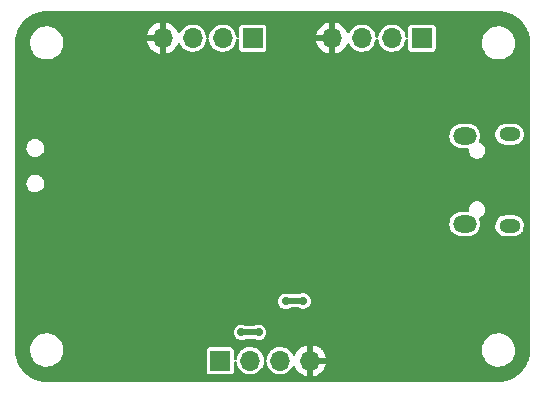
<source format=gbr>
%TF.GenerationSoftware,KiCad,Pcbnew,(6.0.9)*%
%TF.CreationDate,2023-11-06T14:53:44+05:30*%
%TF.ProjectId,Stm32 Tutorial,53746d33-3220-4547-9574-6f7269616c2e,rev?*%
%TF.SameCoordinates,Original*%
%TF.FileFunction,Copper,L2,Bot*%
%TF.FilePolarity,Positive*%
%FSLAX46Y46*%
G04 Gerber Fmt 4.6, Leading zero omitted, Abs format (unit mm)*
G04 Created by KiCad (PCBNEW (6.0.9)) date 2023-11-06 14:53:44*
%MOMM*%
%LPD*%
G01*
G04 APERTURE LIST*
%TA.AperFunction,ComponentPad*%
%ADD10R,1.700000X1.700000*%
%TD*%
%TA.AperFunction,ComponentPad*%
%ADD11O,1.700000X1.700000*%
%TD*%
%TA.AperFunction,ComponentPad*%
%ADD12O,1.800000X1.150000*%
%TD*%
%TA.AperFunction,ComponentPad*%
%ADD13O,2.000000X1.450000*%
%TD*%
%TA.AperFunction,ViaPad*%
%ADD14C,0.700000*%
%TD*%
%TA.AperFunction,ViaPad*%
%ADD15C,0.800000*%
%TD*%
%TA.AperFunction,Conductor*%
%ADD16C,0.500000*%
%TD*%
%TA.AperFunction,Conductor*%
%ADD17C,0.300000*%
%TD*%
G04 APERTURE END LIST*
D10*
%TO.P,J2,1,Pin_1*%
%TO.N,+3.3V*%
X151200000Y-102900000D03*
D11*
%TO.P,J2,2,Pin_2*%
%TO.N,/I2C2_SCL*%
X153740000Y-102900000D03*
%TO.P,J2,3,Pin_3*%
%TO.N,/I2C2_SDA*%
X156280000Y-102900000D03*
%TO.P,J2,4,Pin_4*%
%TO.N,GND*%
X158820000Y-102900000D03*
%TD*%
D10*
%TO.P,J1,1,Pin_1*%
%TO.N,+3.3V*%
X153940000Y-75600000D03*
D11*
%TO.P,J1,2,Pin_2*%
%TO.N,/USART_1_TX*%
X151400000Y-75600000D03*
%TO.P,J1,3,Pin_3*%
%TO.N,/USART_1_RX*%
X148860000Y-75600000D03*
%TO.P,J1,4,Pin_4*%
%TO.N,GND*%
X146320000Y-75600000D03*
%TD*%
D12*
%TO.P,J4,6,Shield*%
%TO.N,unconnected-(J4-Pad6)*%
X175695000Y-83730000D03*
X175695000Y-91480000D03*
D13*
X171895000Y-83880000D03*
X171895000Y-91330000D03*
%TD*%
D10*
%TO.P,J3,1,Pin_1*%
%TO.N,+3.3V*%
X168280000Y-75600000D03*
D11*
%TO.P,J3,2,Pin_2*%
%TO.N,/SWDIO*%
X165740000Y-75600000D03*
%TO.P,J3,3,Pin_3*%
%TO.N,/SWCLK*%
X163200000Y-75600000D03*
%TO.P,J3,4,Pin_4*%
%TO.N,GND*%
X160660000Y-75600000D03*
%TD*%
D14*
%TO.N,GND*%
X141700000Y-91800000D03*
X144000000Y-85300000D03*
X169875000Y-86300000D03*
X147350000Y-96900000D03*
X147400000Y-93625000D03*
%TO.N,+3.3V*%
X152990500Y-100500000D03*
X154439500Y-100500000D03*
X156725000Y-97875000D03*
X158219500Y-97850000D03*
D15*
%TO.N,GND*%
X138825000Y-84125000D03*
X176325000Y-94150000D03*
D14*
X162050000Y-86950000D03*
X154050000Y-95250000D03*
D15*
X168400000Y-97200000D03*
D14*
X157250000Y-91625000D03*
X146200000Y-88459500D03*
D15*
X167250000Y-94000000D03*
X167250000Y-92750000D03*
X171950000Y-95700000D03*
X167500000Y-97200000D03*
D14*
X152475000Y-89750000D03*
X149975000Y-85300000D03*
X146200000Y-85850000D03*
X152800000Y-86175000D03*
%TD*%
D16*
%TO.N,+3.3V*%
X154439500Y-100500000D02*
X152990500Y-100500000D01*
X156750000Y-97850000D02*
X156725000Y-97875000D01*
X158219500Y-97850000D02*
X156750000Y-97850000D01*
D17*
%TO.N,GND*%
X162050000Y-86950000D02*
X162025000Y-86950000D01*
X162025000Y-86950000D02*
X162000000Y-86975000D01*
%TD*%
%TA.AperFunction,Conductor*%
%TO.N,GND*%
G36*
X174734391Y-73302384D02*
G01*
X174750000Y-73305136D01*
X174760685Y-73303252D01*
X174770339Y-73303252D01*
X174784278Y-73302425D01*
X174884732Y-73308066D01*
X175045296Y-73317084D01*
X175059113Y-73318641D01*
X175343826Y-73367015D01*
X175357384Y-73370109D01*
X175634899Y-73450060D01*
X175648024Y-73454653D01*
X175914834Y-73565170D01*
X175927362Y-73571203D01*
X176067513Y-73648661D01*
X176180132Y-73710903D01*
X176191900Y-73718298D01*
X176427431Y-73885417D01*
X176438303Y-73894086D01*
X176653642Y-74086525D01*
X176663475Y-74096358D01*
X176855914Y-74311697D01*
X176864583Y-74322569D01*
X177031702Y-74558100D01*
X177039097Y-74569868D01*
X177064511Y-74615851D01*
X177178797Y-74822638D01*
X177184830Y-74835166D01*
X177295347Y-75101976D01*
X177299940Y-75115101D01*
X177374827Y-75375037D01*
X177379891Y-75392616D01*
X177382985Y-75406174D01*
X177431359Y-75690887D01*
X177432916Y-75704704D01*
X177435716Y-75754562D01*
X177445490Y-75928588D01*
X177447575Y-75965720D01*
X177446748Y-75979661D01*
X177446748Y-75989315D01*
X177444864Y-76000000D01*
X177446748Y-76010683D01*
X177447616Y-76015606D01*
X177449500Y-76037139D01*
X177449500Y-101962861D01*
X177447616Y-101984391D01*
X177444864Y-102000000D01*
X177446748Y-102010685D01*
X177446748Y-102020339D01*
X177447575Y-102034278D01*
X177443833Y-102100907D01*
X177432916Y-102295296D01*
X177431359Y-102309113D01*
X177382985Y-102593826D01*
X177379891Y-102607383D01*
X177373534Y-102629451D01*
X177299940Y-102884899D01*
X177295347Y-102898024D01*
X177184830Y-103164834D01*
X177178797Y-103177362D01*
X177121967Y-103280189D01*
X177055475Y-103400500D01*
X177039101Y-103430126D01*
X177031702Y-103441900D01*
X176864583Y-103677431D01*
X176855914Y-103688303D01*
X176663475Y-103903642D01*
X176653642Y-103913475D01*
X176438303Y-104105914D01*
X176427431Y-104114583D01*
X176191900Y-104281702D01*
X176180132Y-104289097D01*
X176067513Y-104351339D01*
X175927362Y-104428797D01*
X175914834Y-104434830D01*
X175648024Y-104545347D01*
X175634899Y-104549940D01*
X175357384Y-104629891D01*
X175343826Y-104632985D01*
X175059113Y-104681359D01*
X175045296Y-104682916D01*
X174884732Y-104691934D01*
X174784278Y-104697575D01*
X174770339Y-104696748D01*
X174760685Y-104696748D01*
X174750000Y-104694864D01*
X174734391Y-104697616D01*
X174712861Y-104699500D01*
X136537139Y-104699500D01*
X136515609Y-104697616D01*
X136500000Y-104694864D01*
X136489315Y-104696748D01*
X136479661Y-104696748D01*
X136465722Y-104697575D01*
X136365268Y-104691934D01*
X136204704Y-104682916D01*
X136190887Y-104681359D01*
X135906174Y-104632985D01*
X135892616Y-104629891D01*
X135615101Y-104549940D01*
X135601976Y-104545347D01*
X135335166Y-104434830D01*
X135322638Y-104428797D01*
X135182487Y-104351339D01*
X135069868Y-104289097D01*
X135058100Y-104281702D01*
X134822569Y-104114583D01*
X134811697Y-104105914D01*
X134596358Y-103913475D01*
X134586525Y-103903642D01*
X134489120Y-103794646D01*
X150049500Y-103794646D01*
X150052618Y-103820846D01*
X150098061Y-103923153D01*
X150177287Y-104002241D01*
X150187758Y-104006870D01*
X150187759Y-104006871D01*
X150271147Y-104043737D01*
X150271149Y-104043738D01*
X150279673Y-104047506D01*
X150305354Y-104050500D01*
X152094646Y-104050500D01*
X152098300Y-104050065D01*
X152098302Y-104050065D01*
X152103266Y-104049474D01*
X152120846Y-104047382D01*
X152223153Y-104001939D01*
X152302241Y-103922713D01*
X152306871Y-103912241D01*
X152343737Y-103828853D01*
X152343738Y-103828851D01*
X152347506Y-103820327D01*
X152350500Y-103794646D01*
X152350500Y-103080300D01*
X152370185Y-103013261D01*
X152422989Y-102967506D01*
X152492147Y-102957562D01*
X152555703Y-102986587D01*
X152593477Y-103045365D01*
X152598234Y-103072190D01*
X152598423Y-103075072D01*
X152598425Y-103075082D01*
X152598796Y-103080749D01*
X152650845Y-103285690D01*
X152653219Y-103290841D01*
X152653221Y-103290845D01*
X152736991Y-103472556D01*
X152739369Y-103477714D01*
X152861405Y-103650391D01*
X153012865Y-103797937D01*
X153017588Y-103801093D01*
X153017592Y-103801096D01*
X153088663Y-103848584D01*
X153188677Y-103915411D01*
X153382953Y-103998878D01*
X153418277Y-104006871D01*
X153583638Y-104044289D01*
X153583642Y-104044290D01*
X153589186Y-104045544D01*
X153715315Y-104050500D01*
X153794789Y-104053623D01*
X153794791Y-104053623D01*
X153800470Y-104053846D01*
X153806090Y-104053031D01*
X153806092Y-104053031D01*
X154004103Y-104024320D01*
X154004104Y-104024320D01*
X154009730Y-104023504D01*
X154028588Y-104017103D01*
X154204565Y-103957367D01*
X154204568Y-103957366D01*
X154209955Y-103955537D01*
X154214916Y-103952759D01*
X154214922Y-103952756D01*
X154321530Y-103893052D01*
X154394442Y-103852219D01*
X154432165Y-103820846D01*
X154552645Y-103720644D01*
X154557012Y-103717012D01*
X154589931Y-103677431D01*
X154688584Y-103558813D01*
X154688585Y-103558811D01*
X154692219Y-103554442D01*
X154778470Y-103400431D01*
X154792756Y-103374922D01*
X154792759Y-103374916D01*
X154795537Y-103369955D01*
X154811232Y-103323721D01*
X154861675Y-103175118D01*
X154863504Y-103169730D01*
X154865726Y-103154404D01*
X154887820Y-103002033D01*
X154916921Y-102938512D01*
X154970225Y-102904346D01*
X155050974Y-102904346D01*
X155104347Y-102938736D01*
X155133296Y-103002327D01*
X155134271Y-103011707D01*
X155138796Y-103080749D01*
X155190845Y-103285690D01*
X155193219Y-103290841D01*
X155193221Y-103290845D01*
X155276991Y-103472556D01*
X155279369Y-103477714D01*
X155401405Y-103650391D01*
X155552865Y-103797937D01*
X155557588Y-103801093D01*
X155557592Y-103801096D01*
X155628663Y-103848584D01*
X155728677Y-103915411D01*
X155922953Y-103998878D01*
X155958277Y-104006871D01*
X156123638Y-104044289D01*
X156123642Y-104044290D01*
X156129186Y-104045544D01*
X156255315Y-104050500D01*
X156334789Y-104053623D01*
X156334791Y-104053623D01*
X156340470Y-104053846D01*
X156346090Y-104053031D01*
X156346092Y-104053031D01*
X156544103Y-104024320D01*
X156544104Y-104024320D01*
X156549730Y-104023504D01*
X156568588Y-104017103D01*
X156744565Y-103957367D01*
X156744568Y-103957366D01*
X156749955Y-103955537D01*
X156754916Y-103952759D01*
X156754922Y-103952756D01*
X156861530Y-103893052D01*
X156934442Y-103852219D01*
X156972165Y-103820846D01*
X157092645Y-103720644D01*
X157097012Y-103717012D01*
X157129931Y-103677431D01*
X157228584Y-103558813D01*
X157228585Y-103558811D01*
X157232219Y-103554442D01*
X157334059Y-103372594D01*
X157383990Y-103323721D01*
X157452418Y-103309601D01*
X157517617Y-103334717D01*
X157554630Y-103380778D01*
X157644110Y-103572667D01*
X157649508Y-103582017D01*
X157778784Y-103766643D01*
X157785719Y-103774907D01*
X157945091Y-103934279D01*
X157953357Y-103941215D01*
X158137992Y-104070498D01*
X158147324Y-104075886D01*
X158351603Y-104171143D01*
X158361736Y-104174832D01*
X158552779Y-104226022D01*
X158566653Y-104225691D01*
X158570000Y-104217875D01*
X158570000Y-104212806D01*
X159070000Y-104212806D01*
X159073910Y-104226123D01*
X159082326Y-104227333D01*
X159278264Y-104174832D01*
X159288397Y-104171143D01*
X159492676Y-104075886D01*
X159502008Y-104070498D01*
X159686643Y-103941215D01*
X159694909Y-103934279D01*
X159854281Y-103774907D01*
X159861216Y-103766643D01*
X159990492Y-103582017D01*
X159995890Y-103572667D01*
X160091143Y-103368397D01*
X160094832Y-103358264D01*
X160146022Y-103167221D01*
X160145691Y-103153347D01*
X160137875Y-103150000D01*
X159087830Y-103150000D01*
X159072831Y-103154404D01*
X159071644Y-103155774D01*
X159070000Y-103163332D01*
X159070000Y-104212806D01*
X158570000Y-104212806D01*
X158570000Y-102632170D01*
X159070000Y-102632170D01*
X159074404Y-102647169D01*
X159075774Y-102648356D01*
X159083332Y-102650000D01*
X160132806Y-102650000D01*
X160146123Y-102646090D01*
X160147333Y-102637674D01*
X160094832Y-102441736D01*
X160091143Y-102431603D01*
X159995890Y-102227333D01*
X159990492Y-102217983D01*
X159861216Y-102033357D01*
X159854281Y-102025093D01*
X159762977Y-101933789D01*
X173345996Y-101933789D01*
X173354913Y-102171295D01*
X173355990Y-102176430D01*
X173355991Y-102176435D01*
X173383830Y-102309113D01*
X173403719Y-102403904D01*
X173405648Y-102408788D01*
X173405649Y-102408792D01*
X173432143Y-102475877D01*
X173491020Y-102624963D01*
X173493741Y-102629447D01*
X173493743Y-102629451D01*
X173578311Y-102768814D01*
X173614319Y-102828153D01*
X173770090Y-103007664D01*
X173953880Y-103158362D01*
X173958441Y-103160958D01*
X173958442Y-103160959D01*
X174155875Y-103273345D01*
X174155880Y-103273347D01*
X174160433Y-103275939D01*
X174383844Y-103357034D01*
X174617725Y-103399326D01*
X174642619Y-103400500D01*
X174809680Y-103400500D01*
X174812296Y-103400278D01*
X174812297Y-103400278D01*
X174981590Y-103385913D01*
X174986823Y-103385469D01*
X175216874Y-103325760D01*
X175433576Y-103228143D01*
X175630732Y-103095409D01*
X175802705Y-102931355D01*
X175944579Y-102740670D01*
X175982837Y-102665422D01*
X176049913Y-102533493D01*
X176049915Y-102533488D01*
X176052295Y-102528807D01*
X176062784Y-102495029D01*
X176121215Y-102306848D01*
X176122775Y-102301824D01*
X176123466Y-102296612D01*
X176153315Y-102071412D01*
X176153315Y-102071408D01*
X176154004Y-102066211D01*
X176146911Y-101877287D01*
X176145284Y-101833949D01*
X176145284Y-101833948D01*
X176145087Y-101828705D01*
X176140358Y-101806163D01*
X176097361Y-101601242D01*
X176097360Y-101601239D01*
X176096281Y-101596096D01*
X176092766Y-101587194D01*
X176010908Y-101379920D01*
X176008980Y-101375037D01*
X175941607Y-101264009D01*
X175888408Y-101176341D01*
X175885681Y-101171847D01*
X175729910Y-100992336D01*
X175546120Y-100841638D01*
X175500524Y-100815683D01*
X175344125Y-100726655D01*
X175344120Y-100726653D01*
X175339567Y-100724061D01*
X175116156Y-100642966D01*
X174882275Y-100600674D01*
X174857381Y-100599500D01*
X174690320Y-100599500D01*
X174687704Y-100599722D01*
X174687703Y-100599722D01*
X174676484Y-100600674D01*
X174513177Y-100614531D01*
X174283126Y-100674240D01*
X174066424Y-100771857D01*
X173869268Y-100904591D01*
X173697295Y-101068645D01*
X173555421Y-101259330D01*
X173553042Y-101264008D01*
X173553042Y-101264009D01*
X173498875Y-101370549D01*
X173447705Y-101471193D01*
X173446146Y-101476213D01*
X173446145Y-101476216D01*
X173398749Y-101628857D01*
X173377225Y-101698176D01*
X173376534Y-101703386D01*
X173376534Y-101703388D01*
X173352157Y-101887309D01*
X173345996Y-101933789D01*
X159762977Y-101933789D01*
X159694909Y-101865721D01*
X159686643Y-101858785D01*
X159502008Y-101729502D01*
X159492676Y-101724114D01*
X159288397Y-101628857D01*
X159278264Y-101625168D01*
X159087221Y-101573978D01*
X159073347Y-101574309D01*
X159070000Y-101582125D01*
X159070000Y-102632170D01*
X158570000Y-102632170D01*
X158570000Y-101587194D01*
X158566090Y-101573877D01*
X158557674Y-101572667D01*
X158361736Y-101625168D01*
X158351603Y-101628857D01*
X158147333Y-101724110D01*
X158137983Y-101729508D01*
X157953357Y-101858784D01*
X157945093Y-101865719D01*
X157785719Y-102025093D01*
X157778784Y-102033357D01*
X157649508Y-102217983D01*
X157644110Y-102227333D01*
X157552664Y-102423438D01*
X157506491Y-102475877D01*
X157439298Y-102495029D01*
X157372417Y-102474813D01*
X157329071Y-102425878D01*
X157265165Y-102296290D01*
X157138651Y-102126867D01*
X157134481Y-102123012D01*
X157134478Y-102123009D01*
X157028552Y-102025093D01*
X156983381Y-101983337D01*
X156977574Y-101979673D01*
X156809363Y-101873539D01*
X156809361Y-101873538D01*
X156804554Y-101870505D01*
X156608160Y-101792152D01*
X156602579Y-101791042D01*
X156602576Y-101791041D01*
X156504468Y-101771527D01*
X156400775Y-101750901D01*
X156395088Y-101750827D01*
X156395083Y-101750826D01*
X156195034Y-101748207D01*
X156195029Y-101748207D01*
X156189346Y-101748133D01*
X156183742Y-101749096D01*
X156183741Y-101749096D01*
X155986550Y-101782979D01*
X155986547Y-101782980D01*
X155980953Y-101783941D01*
X155782575Y-101857127D01*
X155777697Y-101860029D01*
X155777695Y-101860030D01*
X155605740Y-101962332D01*
X155605737Y-101962334D01*
X155600856Y-101965238D01*
X155441881Y-102104655D01*
X155438362Y-102109119D01*
X155438359Y-102109122D01*
X155385294Y-102176435D01*
X155310976Y-102270708D01*
X155212523Y-102457836D01*
X155210837Y-102463267D01*
X155210835Y-102463271D01*
X155190486Y-102528807D01*
X155149820Y-102659773D01*
X155132851Y-102803140D01*
X155105425Y-102867398D01*
X155050974Y-102904346D01*
X154970225Y-102904346D01*
X154970667Y-102904063D01*
X154918057Y-102872081D01*
X154887453Y-102809271D01*
X154886232Y-102799909D01*
X154876601Y-102695100D01*
X154876081Y-102689440D01*
X154818686Y-102485931D01*
X154725165Y-102296290D01*
X154598651Y-102126867D01*
X154594481Y-102123012D01*
X154594478Y-102123009D01*
X154488552Y-102025093D01*
X154443381Y-101983337D01*
X154437574Y-101979673D01*
X154269363Y-101873539D01*
X154269361Y-101873538D01*
X154264554Y-101870505D01*
X154068160Y-101792152D01*
X154062579Y-101791042D01*
X154062576Y-101791041D01*
X153964468Y-101771527D01*
X153860775Y-101750901D01*
X153855088Y-101750827D01*
X153855083Y-101750826D01*
X153655034Y-101748207D01*
X153655029Y-101748207D01*
X153649346Y-101748133D01*
X153643742Y-101749096D01*
X153643741Y-101749096D01*
X153446550Y-101782979D01*
X153446547Y-101782980D01*
X153440953Y-101783941D01*
X153242575Y-101857127D01*
X153237697Y-101860029D01*
X153237695Y-101860030D01*
X153065740Y-101962332D01*
X153065737Y-101962334D01*
X153060856Y-101965238D01*
X152901881Y-102104655D01*
X152898362Y-102109119D01*
X152898359Y-102109122D01*
X152845294Y-102176435D01*
X152770976Y-102270708D01*
X152672523Y-102457836D01*
X152670837Y-102463267D01*
X152670835Y-102463271D01*
X152650486Y-102528807D01*
X152609820Y-102659773D01*
X152609152Y-102665418D01*
X152609151Y-102665422D01*
X152597640Y-102762681D01*
X152570213Y-102826942D01*
X152512397Y-102866173D01*
X152442549Y-102867919D01*
X152382845Y-102831625D01*
X152352241Y-102768814D01*
X152350500Y-102748106D01*
X152350500Y-102005354D01*
X152347382Y-101979154D01*
X152301939Y-101876847D01*
X152222713Y-101797759D01*
X152212242Y-101793130D01*
X152212241Y-101793129D01*
X152128853Y-101756263D01*
X152128851Y-101756262D01*
X152120327Y-101752494D01*
X152094646Y-101749500D01*
X150305354Y-101749500D01*
X150301700Y-101749935D01*
X150301698Y-101749935D01*
X150296734Y-101750526D01*
X150279154Y-101752618D01*
X150176847Y-101798061D01*
X150097759Y-101877287D01*
X150093130Y-101887758D01*
X150093129Y-101887759D01*
X150058876Y-101965238D01*
X150052494Y-101979673D01*
X150049500Y-102005354D01*
X150049500Y-103794646D01*
X134489120Y-103794646D01*
X134394086Y-103688303D01*
X134385417Y-103677431D01*
X134218298Y-103441900D01*
X134210899Y-103430126D01*
X134194526Y-103400500D01*
X134128033Y-103280189D01*
X134071203Y-103177362D01*
X134065170Y-103164834D01*
X133954653Y-102898024D01*
X133950060Y-102884899D01*
X133876466Y-102629451D01*
X133870109Y-102607383D01*
X133867015Y-102593826D01*
X133818641Y-102309113D01*
X133817084Y-102295296D01*
X133806167Y-102100907D01*
X133802425Y-102034278D01*
X133803252Y-102020339D01*
X133803252Y-102010685D01*
X133805136Y-102000000D01*
X133802384Y-101984391D01*
X133800500Y-101962861D01*
X133800500Y-101933789D01*
X135095996Y-101933789D01*
X135104913Y-102171295D01*
X135105990Y-102176430D01*
X135105991Y-102176435D01*
X135133830Y-102309113D01*
X135153719Y-102403904D01*
X135155648Y-102408788D01*
X135155649Y-102408792D01*
X135182143Y-102475877D01*
X135241020Y-102624963D01*
X135243741Y-102629447D01*
X135243743Y-102629451D01*
X135328311Y-102768814D01*
X135364319Y-102828153D01*
X135520090Y-103007664D01*
X135703880Y-103158362D01*
X135708441Y-103160958D01*
X135708442Y-103160959D01*
X135905875Y-103273345D01*
X135905880Y-103273347D01*
X135910433Y-103275939D01*
X136133844Y-103357034D01*
X136367725Y-103399326D01*
X136392619Y-103400500D01*
X136559680Y-103400500D01*
X136562296Y-103400278D01*
X136562297Y-103400278D01*
X136731590Y-103385913D01*
X136736823Y-103385469D01*
X136966874Y-103325760D01*
X137183576Y-103228143D01*
X137380732Y-103095409D01*
X137552705Y-102931355D01*
X137694579Y-102740670D01*
X137732837Y-102665422D01*
X137799913Y-102533493D01*
X137799915Y-102533488D01*
X137802295Y-102528807D01*
X137812784Y-102495029D01*
X137871215Y-102306848D01*
X137872775Y-102301824D01*
X137873466Y-102296612D01*
X137903315Y-102071412D01*
X137903315Y-102071408D01*
X137904004Y-102066211D01*
X137896911Y-101877287D01*
X137895284Y-101833949D01*
X137895284Y-101833948D01*
X137895087Y-101828705D01*
X137890358Y-101806163D01*
X137847361Y-101601242D01*
X137847360Y-101601239D01*
X137846281Y-101596096D01*
X137842766Y-101587194D01*
X137760908Y-101379920D01*
X137758980Y-101375037D01*
X137691607Y-101264009D01*
X137638408Y-101176341D01*
X137635681Y-101171847D01*
X137479910Y-100992336D01*
X137296120Y-100841638D01*
X137250524Y-100815683D01*
X137094125Y-100726655D01*
X137094120Y-100726653D01*
X137089567Y-100724061D01*
X136866156Y-100642966D01*
X136632275Y-100600674D01*
X136607381Y-100599500D01*
X136440320Y-100599500D01*
X136437704Y-100599722D01*
X136437703Y-100599722D01*
X136426484Y-100600674D01*
X136263177Y-100614531D01*
X136033126Y-100674240D01*
X135816424Y-100771857D01*
X135619268Y-100904591D01*
X135447295Y-101068645D01*
X135305421Y-101259330D01*
X135303042Y-101264008D01*
X135303042Y-101264009D01*
X135248875Y-101370549D01*
X135197705Y-101471193D01*
X135196146Y-101476213D01*
X135196145Y-101476216D01*
X135148749Y-101628857D01*
X135127225Y-101698176D01*
X135126534Y-101703386D01*
X135126534Y-101703388D01*
X135102157Y-101887309D01*
X135095996Y-101933789D01*
X133800500Y-101933789D01*
X133800500Y-100493138D01*
X152335258Y-100493138D01*
X152336078Y-100500566D01*
X152336078Y-100500568D01*
X152337974Y-100517744D01*
X152352535Y-100649633D01*
X152355101Y-100656645D01*
X152355102Y-100656649D01*
X152361540Y-100674240D01*
X152406643Y-100797490D01*
X152494458Y-100928172D01*
X152516683Y-100948395D01*
X152605378Y-101029102D01*
X152605382Y-101029105D01*
X152610910Y-101034135D01*
X152617480Y-101037702D01*
X152617481Y-101037703D01*
X152674469Y-101068645D01*
X152749276Y-101109262D01*
X152851531Y-101136088D01*
X152894341Y-101147319D01*
X152894343Y-101147319D01*
X152901569Y-101149215D01*
X152978627Y-101150425D01*
X153051525Y-101151571D01*
X153051528Y-101151571D01*
X153058995Y-101151688D01*
X153066276Y-101150020D01*
X153066280Y-101150020D01*
X153205177Y-101118208D01*
X153205178Y-101118208D01*
X153212468Y-101116538D01*
X153317481Y-101063722D01*
X153373197Y-101050500D01*
X154058558Y-101050500D01*
X154117726Y-101065527D01*
X154198276Y-101109262D01*
X154300531Y-101136088D01*
X154343341Y-101147319D01*
X154343343Y-101147319D01*
X154350569Y-101149215D01*
X154427627Y-101150425D01*
X154500525Y-101151571D01*
X154500528Y-101151571D01*
X154507995Y-101151688D01*
X154515276Y-101150020D01*
X154515280Y-101150020D01*
X154654181Y-101118207D01*
X154661468Y-101116538D01*
X154802125Y-101045795D01*
X154807806Y-101040943D01*
X154807809Y-101040941D01*
X154916166Y-100948395D01*
X154916167Y-100948394D01*
X154921848Y-100943542D01*
X154932893Y-100928172D01*
X154995073Y-100841638D01*
X155013724Y-100815683D01*
X155072450Y-100669598D01*
X155074293Y-100656649D01*
X155094062Y-100517744D01*
X155094062Y-100517740D01*
X155094634Y-100513723D01*
X155094778Y-100500000D01*
X155075863Y-100343694D01*
X155020210Y-100196412D01*
X155011837Y-100184229D01*
X154935268Y-100072821D01*
X154935265Y-100072818D01*
X154931031Y-100066657D01*
X154813476Y-99961919D01*
X154674331Y-99888245D01*
X154521628Y-99849889D01*
X154439829Y-99849461D01*
X154371658Y-99849104D01*
X154371657Y-99849104D01*
X154364184Y-99849065D01*
X154356921Y-99850809D01*
X154356918Y-99850809D01*
X154287636Y-99867442D01*
X154211088Y-99885820D01*
X154145918Y-99919457D01*
X154114468Y-99935689D01*
X154057596Y-99949500D01*
X153371824Y-99949500D01*
X153313801Y-99935087D01*
X153231943Y-99891745D01*
X153231937Y-99891743D01*
X153225331Y-99888245D01*
X153072628Y-99849889D01*
X152990829Y-99849461D01*
X152922658Y-99849104D01*
X152922657Y-99849104D01*
X152915184Y-99849065D01*
X152907921Y-99850809D01*
X152907918Y-99850809D01*
X152838636Y-99867442D01*
X152762088Y-99885820D01*
X152622179Y-99958032D01*
X152503534Y-100061533D01*
X152413001Y-100190348D01*
X152355809Y-100337039D01*
X152335258Y-100493138D01*
X133800500Y-100493138D01*
X133800500Y-97868138D01*
X156069758Y-97868138D01*
X156087035Y-98024633D01*
X156141143Y-98172490D01*
X156228958Y-98303172D01*
X156283693Y-98352977D01*
X156339878Y-98404102D01*
X156339882Y-98404105D01*
X156345410Y-98409135D01*
X156351980Y-98412702D01*
X156351981Y-98412703D01*
X156477208Y-98480696D01*
X156483776Y-98484262D01*
X156586031Y-98511088D01*
X156628841Y-98522319D01*
X156628843Y-98522319D01*
X156636069Y-98524215D01*
X156713127Y-98525425D01*
X156786025Y-98526571D01*
X156786028Y-98526571D01*
X156793495Y-98526688D01*
X156800776Y-98525020D01*
X156800780Y-98525020D01*
X156939681Y-98493207D01*
X156946968Y-98491538D01*
X157087625Y-98420795D01*
X157088095Y-98420393D01*
X157153986Y-98400500D01*
X157838558Y-98400500D01*
X157897726Y-98415527D01*
X157908206Y-98421217D01*
X157978276Y-98459262D01*
X158073571Y-98484262D01*
X158123341Y-98497319D01*
X158123343Y-98497319D01*
X158130569Y-98499215D01*
X158207627Y-98500425D01*
X158280525Y-98501571D01*
X158280528Y-98501571D01*
X158287995Y-98501688D01*
X158295276Y-98500020D01*
X158295280Y-98500020D01*
X158434181Y-98468207D01*
X158441468Y-98466538D01*
X158582125Y-98395795D01*
X158587806Y-98390943D01*
X158587809Y-98390941D01*
X158696166Y-98298395D01*
X158696167Y-98298394D01*
X158701848Y-98293542D01*
X158793724Y-98165683D01*
X158852450Y-98019598D01*
X158874634Y-97863723D01*
X158874778Y-97850000D01*
X158874290Y-97845967D01*
X158856762Y-97701119D01*
X158856761Y-97701115D01*
X158855863Y-97693694D01*
X158809998Y-97572314D01*
X158802854Y-97553408D01*
X158802852Y-97553405D01*
X158800210Y-97546412D01*
X158721315Y-97431620D01*
X158715268Y-97422821D01*
X158715265Y-97422818D01*
X158711031Y-97416657D01*
X158593476Y-97311919D01*
X158454331Y-97238245D01*
X158301628Y-97199889D01*
X158219829Y-97199461D01*
X158151658Y-97199104D01*
X158151657Y-97199104D01*
X158144184Y-97199065D01*
X158136921Y-97200809D01*
X158136918Y-97200809D01*
X158067636Y-97217442D01*
X157991088Y-97235820D01*
X157946030Y-97259076D01*
X157894468Y-97285689D01*
X157837596Y-97299500D01*
X157059107Y-97299500D01*
X157001083Y-97285087D01*
X156966439Y-97266744D01*
X156959831Y-97263245D01*
X156807128Y-97224889D01*
X156725329Y-97224461D01*
X156657158Y-97224104D01*
X156657157Y-97224104D01*
X156649684Y-97224065D01*
X156642421Y-97225809D01*
X156642418Y-97225809D01*
X156586446Y-97239247D01*
X156496588Y-97260820D01*
X156356679Y-97333032D01*
X156238034Y-97436533D01*
X156147501Y-97565348D01*
X156090309Y-97712039D01*
X156069758Y-97868138D01*
X133800500Y-97868138D01*
X133800500Y-91322806D01*
X170589563Y-91322806D01*
X170590112Y-91328839D01*
X170590112Y-91328843D01*
X170599395Y-91430840D01*
X170607790Y-91523089D01*
X170609501Y-91528902D01*
X170609501Y-91528903D01*
X170611944Y-91537203D01*
X170664572Y-91716018D01*
X170757746Y-91894243D01*
X170851919Y-92011370D01*
X170879137Y-92045222D01*
X170883763Y-92050976D01*
X171037823Y-92180248D01*
X171214058Y-92277134D01*
X171219840Y-92278968D01*
X171219842Y-92278969D01*
X171399976Y-92336111D01*
X171399978Y-92336111D01*
X171405755Y-92337944D01*
X171460287Y-92344061D01*
X171558815Y-92355113D01*
X171558821Y-92355113D01*
X171562268Y-92355500D01*
X172220606Y-92355500D01*
X172223621Y-92355204D01*
X172223629Y-92355204D01*
X172364115Y-92341429D01*
X172364117Y-92341429D01*
X172370151Y-92340837D01*
X172562679Y-92282710D01*
X172740249Y-92188294D01*
X172896099Y-92061186D01*
X173024292Y-91906227D01*
X173031203Y-91893446D01*
X173117059Y-91734658D01*
X173117060Y-91734656D01*
X173119945Y-91729320D01*
X173179415Y-91537203D01*
X173190594Y-91430840D01*
X174490711Y-91430840D01*
X174500667Y-91620801D01*
X174551181Y-91804193D01*
X174639898Y-91972460D01*
X174644229Y-91977585D01*
X174644231Y-91977588D01*
X174758345Y-92112624D01*
X174762678Y-92117751D01*
X174768012Y-92121829D01*
X174908456Y-92229207D01*
X174908459Y-92229209D01*
X174913793Y-92233287D01*
X174919882Y-92236126D01*
X174919883Y-92236127D01*
X175080109Y-92310841D01*
X175086193Y-92313678D01*
X175092738Y-92315141D01*
X175092741Y-92315142D01*
X175184890Y-92335740D01*
X175271834Y-92355174D01*
X175277665Y-92355500D01*
X176067517Y-92355500D01*
X176209109Y-92340118D01*
X176389396Y-92279445D01*
X176552447Y-92181474D01*
X176679649Y-92061186D01*
X176685781Y-92055387D01*
X176690658Y-92050775D01*
X176740396Y-91977588D01*
X176793804Y-91899000D01*
X176793806Y-91898997D01*
X176797578Y-91893446D01*
X176800070Y-91887216D01*
X176800072Y-91887212D01*
X176865727Y-91723062D01*
X176868221Y-91716827D01*
X176869318Y-91710202D01*
X176898192Y-91535788D01*
X176898192Y-91535786D01*
X176899289Y-91529160D01*
X176889333Y-91339199D01*
X176838819Y-91155807D01*
X176750102Y-90987540D01*
X176706947Y-90936472D01*
X176631655Y-90847376D01*
X176631653Y-90847374D01*
X176627322Y-90842249D01*
X176543976Y-90778526D01*
X176481544Y-90730793D01*
X176481541Y-90730791D01*
X176476207Y-90726713D01*
X176403367Y-90692747D01*
X176309891Y-90649159D01*
X176303807Y-90646322D01*
X176297262Y-90644859D01*
X176297259Y-90644858D01*
X176185522Y-90619882D01*
X176118166Y-90604826D01*
X176112335Y-90604500D01*
X175322483Y-90604500D01*
X175180891Y-90619882D01*
X175000604Y-90680555D01*
X174837553Y-90778526D01*
X174699342Y-90909225D01*
X174695569Y-90914777D01*
X174695568Y-90914778D01*
X174642083Y-90993480D01*
X174592422Y-91066554D01*
X174589930Y-91072784D01*
X174589928Y-91072788D01*
X174569926Y-91122797D01*
X174521779Y-91243173D01*
X174520683Y-91249796D01*
X174520682Y-91249798D01*
X174506954Y-91332726D01*
X174490711Y-91430840D01*
X173190594Y-91430840D01*
X173200437Y-91337194D01*
X173192484Y-91249798D01*
X173184519Y-91162280D01*
X173182210Y-91136911D01*
X173125428Y-90943982D01*
X173122617Y-90938606D01*
X173120346Y-90932984D01*
X173121705Y-90932435D01*
X173109512Y-90871039D01*
X173135113Y-90806029D01*
X173184618Y-90770100D01*
X173184029Y-90768928D01*
X173328820Y-90696106D01*
X173328822Y-90696105D01*
X173335498Y-90692747D01*
X173341180Y-90687894D01*
X173341183Y-90687892D01*
X173458741Y-90587487D01*
X173464423Y-90582634D01*
X173563361Y-90444947D01*
X173626601Y-90287634D01*
X173650490Y-90119778D01*
X173650645Y-90105000D01*
X173630276Y-89936680D01*
X173570345Y-89778077D01*
X173561657Y-89765436D01*
X173478549Y-89644513D01*
X173478546Y-89644510D01*
X173474312Y-89638349D01*
X173347721Y-89525560D01*
X173333347Y-89517949D01*
X173204489Y-89449723D01*
X173197881Y-89446224D01*
X173033441Y-89404919D01*
X172947248Y-89404468D01*
X172871368Y-89404070D01*
X172871367Y-89404070D01*
X172863895Y-89404031D01*
X172842235Y-89409231D01*
X172706295Y-89441868D01*
X172706293Y-89441869D01*
X172699032Y-89443612D01*
X172692399Y-89447035D01*
X172692395Y-89447037D01*
X172625465Y-89481583D01*
X172548369Y-89521375D01*
X172420604Y-89632831D01*
X172323113Y-89771547D01*
X172261524Y-89929513D01*
X172239394Y-90097611D01*
X172240214Y-90105039D01*
X172240214Y-90105041D01*
X172247043Y-90166893D01*
X172234834Y-90235687D01*
X172187370Y-90286960D01*
X172123792Y-90304500D01*
X171569394Y-90304500D01*
X171566379Y-90304796D01*
X171566371Y-90304796D01*
X171425885Y-90318571D01*
X171425883Y-90318571D01*
X171419849Y-90319163D01*
X171227321Y-90377290D01*
X171049751Y-90471706D01*
X170893901Y-90598814D01*
X170765708Y-90753773D01*
X170762822Y-90759110D01*
X170762821Y-90759112D01*
X170681656Y-90909225D01*
X170670055Y-90930680D01*
X170610585Y-91122797D01*
X170589563Y-91322806D01*
X133800500Y-91322806D01*
X133800500Y-87940862D01*
X134790497Y-87940862D01*
X134820134Y-88113340D01*
X134888654Y-88274373D01*
X134892921Y-88280171D01*
X134892922Y-88280173D01*
X134950092Y-88357857D01*
X134992383Y-88415324D01*
X134997874Y-88419989D01*
X134997875Y-88419990D01*
X135120261Y-88523965D01*
X135120264Y-88523967D01*
X135125755Y-88528632D01*
X135132172Y-88531909D01*
X135132174Y-88531910D01*
X135198616Y-88565837D01*
X135281616Y-88608219D01*
X135288612Y-88609931D01*
X135288615Y-88609932D01*
X135359763Y-88627341D01*
X135451606Y-88649815D01*
X135457114Y-88650157D01*
X135457116Y-88650157D01*
X135460744Y-88650382D01*
X135460748Y-88650382D01*
X135462648Y-88650500D01*
X135588822Y-88650500D01*
X135718828Y-88635343D01*
X135725595Y-88632887D01*
X135725598Y-88632886D01*
X135876557Y-88578090D01*
X135876558Y-88578089D01*
X135883331Y-88575631D01*
X136029685Y-88479677D01*
X136034637Y-88474449D01*
X136034640Y-88474447D01*
X136145087Y-88357857D01*
X136145089Y-88357855D01*
X136150040Y-88352628D01*
X136153656Y-88346403D01*
X136153658Y-88346400D01*
X136234322Y-88207525D01*
X136237939Y-88201298D01*
X136288667Y-88033807D01*
X136299503Y-87859138D01*
X136269866Y-87686660D01*
X136201346Y-87525627D01*
X136148340Y-87453600D01*
X136101888Y-87390479D01*
X136101886Y-87390477D01*
X136097617Y-87384676D01*
X136017216Y-87316370D01*
X135969739Y-87276035D01*
X135969736Y-87276033D01*
X135964245Y-87271368D01*
X135957828Y-87268091D01*
X135957826Y-87268090D01*
X135867388Y-87221910D01*
X135808384Y-87191781D01*
X135801388Y-87190069D01*
X135801385Y-87190068D01*
X135730237Y-87172659D01*
X135638394Y-87150185D01*
X135632886Y-87149843D01*
X135632884Y-87149843D01*
X135629256Y-87149618D01*
X135629252Y-87149618D01*
X135627352Y-87149500D01*
X135501178Y-87149500D01*
X135371172Y-87164657D01*
X135364405Y-87167113D01*
X135364402Y-87167114D01*
X135213443Y-87221910D01*
X135206669Y-87224369D01*
X135060315Y-87320323D01*
X135055363Y-87325551D01*
X135055360Y-87325553D01*
X134993855Y-87390479D01*
X134939960Y-87447372D01*
X134936344Y-87453597D01*
X134936342Y-87453600D01*
X134897875Y-87519827D01*
X134852061Y-87598702D01*
X134801333Y-87766193D01*
X134790497Y-87940862D01*
X133800500Y-87940862D01*
X133800500Y-84940862D01*
X134790497Y-84940862D01*
X134820134Y-85113340D01*
X134888654Y-85274373D01*
X134892921Y-85280171D01*
X134892922Y-85280173D01*
X134950092Y-85357857D01*
X134992383Y-85415324D01*
X134997874Y-85419989D01*
X134997875Y-85419990D01*
X135120261Y-85523965D01*
X135120264Y-85523967D01*
X135125755Y-85528632D01*
X135132172Y-85531909D01*
X135132174Y-85531910D01*
X135186944Y-85559877D01*
X135281616Y-85608219D01*
X135288612Y-85609931D01*
X135288615Y-85609932D01*
X135359763Y-85627341D01*
X135451606Y-85649815D01*
X135457114Y-85650157D01*
X135457116Y-85650157D01*
X135460744Y-85650382D01*
X135460748Y-85650382D01*
X135462648Y-85650500D01*
X135588822Y-85650500D01*
X135718828Y-85635343D01*
X135725595Y-85632887D01*
X135725598Y-85632886D01*
X135876557Y-85578090D01*
X135876558Y-85578089D01*
X135883331Y-85575631D01*
X136029685Y-85479677D01*
X136034637Y-85474449D01*
X136034640Y-85474447D01*
X136145087Y-85357857D01*
X136145089Y-85357855D01*
X136150040Y-85352628D01*
X136153656Y-85346403D01*
X136153658Y-85346400D01*
X136234322Y-85207525D01*
X136237939Y-85201298D01*
X136288667Y-85033807D01*
X136299503Y-84859138D01*
X136269866Y-84686660D01*
X136201346Y-84525627D01*
X136170187Y-84483287D01*
X136101888Y-84390479D01*
X136101886Y-84390477D01*
X136097617Y-84384676D01*
X136071660Y-84362624D01*
X135969739Y-84276035D01*
X135969736Y-84276033D01*
X135964245Y-84271368D01*
X135957828Y-84268091D01*
X135957826Y-84268090D01*
X135856832Y-84216520D01*
X135808384Y-84191781D01*
X135801388Y-84190069D01*
X135801385Y-84190068D01*
X135730237Y-84172659D01*
X135638394Y-84150185D01*
X135632886Y-84149843D01*
X135632884Y-84149843D01*
X135629256Y-84149618D01*
X135629252Y-84149618D01*
X135627352Y-84149500D01*
X135501178Y-84149500D01*
X135371172Y-84164657D01*
X135364405Y-84167113D01*
X135364402Y-84167114D01*
X135213443Y-84221910D01*
X135206669Y-84224369D01*
X135134984Y-84271368D01*
X135090131Y-84300775D01*
X135060315Y-84320323D01*
X135055363Y-84325551D01*
X135055360Y-84325553D01*
X134959389Y-84426862D01*
X134939960Y-84447372D01*
X134936344Y-84453597D01*
X134936342Y-84453600D01*
X134919099Y-84483287D01*
X134852061Y-84598702D01*
X134801333Y-84766193D01*
X134800887Y-84773385D01*
X134791191Y-84929683D01*
X134790497Y-84940862D01*
X133800500Y-84940862D01*
X133800500Y-83872806D01*
X170589563Y-83872806D01*
X170590112Y-83878839D01*
X170590112Y-83878843D01*
X170598119Y-83966827D01*
X170607790Y-84073089D01*
X170609501Y-84078902D01*
X170609501Y-84078903D01*
X170630867Y-84151498D01*
X170664572Y-84266018D01*
X170757746Y-84444243D01*
X170883763Y-84600976D01*
X171037823Y-84730248D01*
X171214058Y-84827134D01*
X171219840Y-84828968D01*
X171219842Y-84828969D01*
X171399976Y-84886111D01*
X171399978Y-84886111D01*
X171405755Y-84887944D01*
X171460287Y-84894061D01*
X171558815Y-84905113D01*
X171558821Y-84905113D01*
X171562268Y-84905500D01*
X172123291Y-84905500D01*
X172190330Y-84925185D01*
X172236085Y-84977989D01*
X172246230Y-85045685D01*
X172239394Y-85097611D01*
X172240214Y-85105039D01*
X172240214Y-85105041D01*
X172241841Y-85119778D01*
X172257999Y-85266135D01*
X172260565Y-85273147D01*
X172260566Y-85273151D01*
X172310471Y-85409521D01*
X172316266Y-85425356D01*
X172320433Y-85431558D01*
X172320435Y-85431561D01*
X172352768Y-85479677D01*
X172410830Y-85566083D01*
X172416360Y-85571115D01*
X172530702Y-85675159D01*
X172530706Y-85675162D01*
X172536233Y-85680191D01*
X172685235Y-85761092D01*
X172780585Y-85786107D01*
X172842005Y-85802220D01*
X172842007Y-85802220D01*
X172849233Y-85804116D01*
X172932178Y-85805419D01*
X173011290Y-85806662D01*
X173011293Y-85806662D01*
X173018760Y-85806779D01*
X173141209Y-85778735D01*
X173176738Y-85770598D01*
X173176739Y-85770598D01*
X173184029Y-85768928D01*
X173259111Y-85731166D01*
X173328820Y-85696106D01*
X173328822Y-85696105D01*
X173335498Y-85692747D01*
X173341180Y-85687894D01*
X173341183Y-85687892D01*
X173458741Y-85587487D01*
X173464423Y-85582634D01*
X173563361Y-85444947D01*
X173626601Y-85287634D01*
X173627663Y-85280173D01*
X173649918Y-85123800D01*
X173649918Y-85123794D01*
X173650490Y-85119778D01*
X173650645Y-85105000D01*
X173643467Y-85045685D01*
X173631175Y-84944105D01*
X173631174Y-84944101D01*
X173630276Y-84936680D01*
X173603694Y-84866332D01*
X173572989Y-84785073D01*
X173572987Y-84785070D01*
X173570345Y-84778077D01*
X173537473Y-84730248D01*
X173478549Y-84644513D01*
X173478546Y-84644510D01*
X173474312Y-84638349D01*
X173390504Y-84563678D01*
X173353303Y-84530533D01*
X173353301Y-84530532D01*
X173347721Y-84525560D01*
X173336894Y-84519827D01*
X173204484Y-84449720D01*
X173204483Y-84449720D01*
X173197881Y-84446224D01*
X173190636Y-84444404D01*
X173188919Y-84443745D01*
X173133387Y-84401343D01*
X173109595Y-84335648D01*
X173118788Y-84281459D01*
X173119945Y-84279320D01*
X173179415Y-84087203D01*
X173200437Y-83887194D01*
X173199535Y-83877274D01*
X173182759Y-83692946D01*
X173182210Y-83686911D01*
X173180423Y-83680840D01*
X174490711Y-83680840D01*
X174500667Y-83870801D01*
X174551181Y-84054193D01*
X174639898Y-84222460D01*
X174644229Y-84227585D01*
X174644231Y-84227588D01*
X174722598Y-84320323D01*
X174762678Y-84367751D01*
X174768012Y-84371829D01*
X174908456Y-84479207D01*
X174908459Y-84479209D01*
X174913793Y-84483287D01*
X174919882Y-84486126D01*
X174919883Y-84486127D01*
X175018806Y-84532255D01*
X175086193Y-84563678D01*
X175092738Y-84565141D01*
X175092741Y-84565142D01*
X175184890Y-84585740D01*
X175271834Y-84605174D01*
X175277665Y-84605500D01*
X176067517Y-84605500D01*
X176209109Y-84590118D01*
X176389396Y-84529445D01*
X176552447Y-84431474D01*
X176664456Y-84325553D01*
X176685781Y-84305387D01*
X176690658Y-84300775D01*
X176707471Y-84276035D01*
X176793804Y-84149000D01*
X176793806Y-84148997D01*
X176797578Y-84143446D01*
X176800070Y-84137216D01*
X176800072Y-84137212D01*
X176865727Y-83973062D01*
X176868221Y-83966827D01*
X176882787Y-83878843D01*
X176898192Y-83785788D01*
X176898192Y-83785786D01*
X176899289Y-83779160D01*
X176889333Y-83589199D01*
X176838819Y-83405807D01*
X176750102Y-83237540D01*
X176680457Y-83155125D01*
X176631655Y-83097376D01*
X176631653Y-83097374D01*
X176627322Y-83092249D01*
X176541756Y-83026829D01*
X176481544Y-82980793D01*
X176481541Y-82980791D01*
X176476207Y-82976713D01*
X176384643Y-82934016D01*
X176309891Y-82899159D01*
X176303807Y-82896322D01*
X176297262Y-82894859D01*
X176297259Y-82894858D01*
X176185522Y-82869882D01*
X176118166Y-82854826D01*
X176112335Y-82854500D01*
X175322483Y-82854500D01*
X175180891Y-82869882D01*
X175000604Y-82930555D01*
X174837553Y-83028526D01*
X174832676Y-83033138D01*
X174705406Y-83153491D01*
X174699342Y-83159225D01*
X174695569Y-83164777D01*
X174695568Y-83164778D01*
X174597480Y-83309112D01*
X174592422Y-83316554D01*
X174589930Y-83322784D01*
X174589928Y-83322788D01*
X174559099Y-83399867D01*
X174521779Y-83493173D01*
X174520683Y-83499796D01*
X174520682Y-83499798D01*
X174492043Y-83672797D01*
X174490711Y-83680840D01*
X173180423Y-83680840D01*
X173178473Y-83674212D01*
X173127141Y-83499802D01*
X173127141Y-83499801D01*
X173125428Y-83493982D01*
X173032254Y-83315757D01*
X172938081Y-83198630D01*
X172910037Y-83163750D01*
X172910036Y-83163749D01*
X172906237Y-83159024D01*
X172752177Y-83029752D01*
X172575942Y-82932866D01*
X172570160Y-82931032D01*
X172570158Y-82931031D01*
X172390024Y-82873889D01*
X172390022Y-82873889D01*
X172384245Y-82872056D01*
X172329713Y-82865939D01*
X172231185Y-82854887D01*
X172231179Y-82854887D01*
X172227732Y-82854500D01*
X171569394Y-82854500D01*
X171566379Y-82854796D01*
X171566371Y-82854796D01*
X171425885Y-82868571D01*
X171425883Y-82868571D01*
X171419849Y-82869163D01*
X171227321Y-82927290D01*
X171049751Y-83021706D01*
X170893901Y-83148814D01*
X170765708Y-83303773D01*
X170762822Y-83309110D01*
X170762821Y-83309112D01*
X170707039Y-83412280D01*
X170670055Y-83480680D01*
X170610585Y-83672797D01*
X170589563Y-83872806D01*
X133800500Y-83872806D01*
X133800500Y-76037139D01*
X133802384Y-76015606D01*
X133803252Y-76010683D01*
X133805136Y-76000000D01*
X133803252Y-75989315D01*
X133803252Y-75979661D01*
X133802425Y-75965720D01*
X133804219Y-75933789D01*
X135095996Y-75933789D01*
X135104913Y-76171295D01*
X135105990Y-76176430D01*
X135105991Y-76176435D01*
X135142491Y-76350391D01*
X135153719Y-76403904D01*
X135155648Y-76408788D01*
X135155649Y-76408792D01*
X135188101Y-76490965D01*
X135241020Y-76624963D01*
X135243741Y-76629447D01*
X135243743Y-76629451D01*
X135352593Y-76808829D01*
X135364319Y-76828153D01*
X135520090Y-77007664D01*
X135703880Y-77158362D01*
X135708441Y-77160958D01*
X135708442Y-77160959D01*
X135905875Y-77273345D01*
X135905880Y-77273347D01*
X135910433Y-77275939D01*
X136133844Y-77357034D01*
X136367725Y-77399326D01*
X136392619Y-77400500D01*
X136559680Y-77400500D01*
X136562296Y-77400278D01*
X136562297Y-77400278D01*
X136731590Y-77385913D01*
X136736823Y-77385469D01*
X136966874Y-77325760D01*
X137183576Y-77228143D01*
X137380732Y-77095409D01*
X137552705Y-76931355D01*
X137694579Y-76740670D01*
X137703307Y-76723504D01*
X137799913Y-76533493D01*
X137799915Y-76533488D01*
X137802295Y-76528807D01*
X137810900Y-76501096D01*
X137871215Y-76306848D01*
X137872775Y-76301824D01*
X137879713Y-76249479D01*
X137903315Y-76071412D01*
X137903315Y-76071408D01*
X137904004Y-76066211D01*
X137896349Y-75862326D01*
X144992667Y-75862326D01*
X145045168Y-76058264D01*
X145048857Y-76068397D01*
X145144110Y-76272667D01*
X145149508Y-76282017D01*
X145278784Y-76466643D01*
X145285719Y-76474907D01*
X145445091Y-76634279D01*
X145453357Y-76641215D01*
X145637992Y-76770498D01*
X145647324Y-76775886D01*
X145851603Y-76871143D01*
X145861736Y-76874832D01*
X146052779Y-76926022D01*
X146066653Y-76925691D01*
X146070000Y-76917875D01*
X146070000Y-76912806D01*
X146570000Y-76912806D01*
X146573910Y-76926123D01*
X146582326Y-76927333D01*
X146778264Y-76874832D01*
X146788397Y-76871143D01*
X146992676Y-76775886D01*
X147002008Y-76770498D01*
X147186643Y-76641215D01*
X147194909Y-76634279D01*
X147354281Y-76474907D01*
X147361216Y-76466643D01*
X147490492Y-76282017D01*
X147495890Y-76272667D01*
X147587656Y-76075876D01*
X147633829Y-76023437D01*
X147701022Y-76004285D01*
X147767903Y-76024501D01*
X147812648Y-76076368D01*
X147859369Y-76177714D01*
X147862647Y-76182352D01*
X147943398Y-76296612D01*
X147981405Y-76350391D01*
X148132865Y-76497937D01*
X148137588Y-76501093D01*
X148137592Y-76501096D01*
X148186078Y-76533493D01*
X148308677Y-76615411D01*
X148502953Y-76698878D01*
X148538277Y-76706871D01*
X148703638Y-76744289D01*
X148703642Y-76744290D01*
X148709186Y-76745544D01*
X148835315Y-76750500D01*
X148914789Y-76753623D01*
X148914791Y-76753623D01*
X148920470Y-76753846D01*
X148926090Y-76753031D01*
X148926092Y-76753031D01*
X149124103Y-76724320D01*
X149124104Y-76724320D01*
X149129730Y-76723504D01*
X149148588Y-76717103D01*
X149324565Y-76657367D01*
X149324568Y-76657366D01*
X149329955Y-76655537D01*
X149334916Y-76652759D01*
X149334922Y-76652756D01*
X149441530Y-76593052D01*
X149514442Y-76552219D01*
X149552165Y-76520846D01*
X149672645Y-76420644D01*
X149677012Y-76417012D01*
X149692194Y-76398758D01*
X149808584Y-76258813D01*
X149808585Y-76258811D01*
X149812219Y-76254442D01*
X149858784Y-76171295D01*
X149912756Y-76074922D01*
X149912759Y-76074916D01*
X149915537Y-76069955D01*
X149918588Y-76060969D01*
X149981675Y-75875118D01*
X149983504Y-75869730D01*
X149985954Y-75852831D01*
X150007820Y-75702033D01*
X150036921Y-75638512D01*
X150090225Y-75604346D01*
X150170974Y-75604346D01*
X150224347Y-75638736D01*
X150253296Y-75702327D01*
X150254271Y-75711707D01*
X150258796Y-75780749D01*
X150310845Y-75985690D01*
X150313219Y-75990841D01*
X150313221Y-75990845D01*
X150350363Y-76071412D01*
X150399369Y-76177714D01*
X150402647Y-76182352D01*
X150483398Y-76296612D01*
X150521405Y-76350391D01*
X150672865Y-76497937D01*
X150677588Y-76501093D01*
X150677592Y-76501096D01*
X150726078Y-76533493D01*
X150848677Y-76615411D01*
X151042953Y-76698878D01*
X151078277Y-76706871D01*
X151243638Y-76744289D01*
X151243642Y-76744290D01*
X151249186Y-76745544D01*
X151375315Y-76750500D01*
X151454789Y-76753623D01*
X151454791Y-76753623D01*
X151460470Y-76753846D01*
X151466090Y-76753031D01*
X151466092Y-76753031D01*
X151664103Y-76724320D01*
X151664104Y-76724320D01*
X151669730Y-76723504D01*
X151688588Y-76717103D01*
X151864565Y-76657367D01*
X151864568Y-76657366D01*
X151869955Y-76655537D01*
X151874916Y-76652759D01*
X151874922Y-76652756D01*
X151981530Y-76593052D01*
X152054442Y-76552219D01*
X152092165Y-76520846D01*
X152212645Y-76420644D01*
X152217012Y-76417012D01*
X152232194Y-76398758D01*
X152348584Y-76258813D01*
X152348585Y-76258811D01*
X152352219Y-76254442D01*
X152398784Y-76171295D01*
X152452756Y-76074922D01*
X152452759Y-76074916D01*
X152455537Y-76069955D01*
X152458588Y-76060969D01*
X152521675Y-75875118D01*
X152523504Y-75869730D01*
X152536406Y-75780749D01*
X152542783Y-75736769D01*
X152571884Y-75673248D01*
X152630707Y-75635543D01*
X152700577Y-75635627D01*
X152759310Y-75673471D01*
X152788259Y-75737061D01*
X152789500Y-75754562D01*
X152789500Y-76494646D01*
X152792618Y-76520846D01*
X152838061Y-76623153D01*
X152917287Y-76702241D01*
X152927758Y-76706870D01*
X152927759Y-76706871D01*
X153011147Y-76743737D01*
X153011149Y-76743738D01*
X153019673Y-76747506D01*
X153045354Y-76750500D01*
X154834646Y-76750500D01*
X154838300Y-76750065D01*
X154838302Y-76750065D01*
X154843266Y-76749474D01*
X154860846Y-76747382D01*
X154963153Y-76701939D01*
X155042241Y-76622713D01*
X155075014Y-76548584D01*
X155083737Y-76528853D01*
X155083738Y-76528851D01*
X155087506Y-76520327D01*
X155090500Y-76494646D01*
X155090500Y-75862326D01*
X159332667Y-75862326D01*
X159385168Y-76058264D01*
X159388857Y-76068397D01*
X159484110Y-76272667D01*
X159489508Y-76282017D01*
X159618784Y-76466643D01*
X159625719Y-76474907D01*
X159785091Y-76634279D01*
X159793357Y-76641215D01*
X159977992Y-76770498D01*
X159987324Y-76775886D01*
X160191603Y-76871143D01*
X160201736Y-76874832D01*
X160392779Y-76926022D01*
X160406653Y-76925691D01*
X160410000Y-76917875D01*
X160410000Y-76912806D01*
X160910000Y-76912806D01*
X160913910Y-76926123D01*
X160922326Y-76927333D01*
X161118264Y-76874832D01*
X161128397Y-76871143D01*
X161332676Y-76775886D01*
X161342008Y-76770498D01*
X161526643Y-76641215D01*
X161534909Y-76634279D01*
X161694281Y-76474907D01*
X161701216Y-76466643D01*
X161830492Y-76282017D01*
X161835890Y-76272667D01*
X161927656Y-76075876D01*
X161973829Y-76023437D01*
X162041022Y-76004285D01*
X162107903Y-76024501D01*
X162152648Y-76076368D01*
X162199369Y-76177714D01*
X162202647Y-76182352D01*
X162283398Y-76296612D01*
X162321405Y-76350391D01*
X162472865Y-76497937D01*
X162477588Y-76501093D01*
X162477592Y-76501096D01*
X162526078Y-76533493D01*
X162648677Y-76615411D01*
X162842953Y-76698878D01*
X162878277Y-76706871D01*
X163043638Y-76744289D01*
X163043642Y-76744290D01*
X163049186Y-76745544D01*
X163175315Y-76750500D01*
X163254789Y-76753623D01*
X163254791Y-76753623D01*
X163260470Y-76753846D01*
X163266090Y-76753031D01*
X163266092Y-76753031D01*
X163464103Y-76724320D01*
X163464104Y-76724320D01*
X163469730Y-76723504D01*
X163488588Y-76717103D01*
X163664565Y-76657367D01*
X163664568Y-76657366D01*
X163669955Y-76655537D01*
X163674916Y-76652759D01*
X163674922Y-76652756D01*
X163781530Y-76593052D01*
X163854442Y-76552219D01*
X163892165Y-76520846D01*
X164012645Y-76420644D01*
X164017012Y-76417012D01*
X164032194Y-76398758D01*
X164148584Y-76258813D01*
X164148585Y-76258811D01*
X164152219Y-76254442D01*
X164198784Y-76171295D01*
X164252756Y-76074922D01*
X164252759Y-76074916D01*
X164255537Y-76069955D01*
X164258588Y-76060969D01*
X164321675Y-75875118D01*
X164323504Y-75869730D01*
X164325954Y-75852831D01*
X164347820Y-75702033D01*
X164376921Y-75638512D01*
X164430225Y-75604346D01*
X164510974Y-75604346D01*
X164564347Y-75638736D01*
X164593296Y-75702327D01*
X164594271Y-75711707D01*
X164598796Y-75780749D01*
X164650845Y-75985690D01*
X164653219Y-75990841D01*
X164653221Y-75990845D01*
X164690363Y-76071412D01*
X164739369Y-76177714D01*
X164742647Y-76182352D01*
X164823398Y-76296612D01*
X164861405Y-76350391D01*
X165012865Y-76497937D01*
X165017588Y-76501093D01*
X165017592Y-76501096D01*
X165066078Y-76533493D01*
X165188677Y-76615411D01*
X165382953Y-76698878D01*
X165418277Y-76706871D01*
X165583638Y-76744289D01*
X165583642Y-76744290D01*
X165589186Y-76745544D01*
X165715315Y-76750500D01*
X165794789Y-76753623D01*
X165794791Y-76753623D01*
X165800470Y-76753846D01*
X165806090Y-76753031D01*
X165806092Y-76753031D01*
X166004103Y-76724320D01*
X166004104Y-76724320D01*
X166009730Y-76723504D01*
X166028588Y-76717103D01*
X166204565Y-76657367D01*
X166204568Y-76657366D01*
X166209955Y-76655537D01*
X166214916Y-76652759D01*
X166214922Y-76652756D01*
X166321530Y-76593052D01*
X166394442Y-76552219D01*
X166432165Y-76520846D01*
X166552645Y-76420644D01*
X166557012Y-76417012D01*
X166572194Y-76398758D01*
X166688584Y-76258813D01*
X166688585Y-76258811D01*
X166692219Y-76254442D01*
X166738784Y-76171295D01*
X166792756Y-76074922D01*
X166792759Y-76074916D01*
X166795537Y-76069955D01*
X166798588Y-76060969D01*
X166861675Y-75875118D01*
X166863504Y-75869730D01*
X166876406Y-75780749D01*
X166882783Y-75736769D01*
X166911884Y-75673248D01*
X166970707Y-75635543D01*
X167040577Y-75635627D01*
X167099310Y-75673471D01*
X167128259Y-75737061D01*
X167129500Y-75754562D01*
X167129500Y-76494646D01*
X167132618Y-76520846D01*
X167178061Y-76623153D01*
X167257287Y-76702241D01*
X167267758Y-76706870D01*
X167267759Y-76706871D01*
X167351147Y-76743737D01*
X167351149Y-76743738D01*
X167359673Y-76747506D01*
X167385354Y-76750500D01*
X169174646Y-76750500D01*
X169178300Y-76750065D01*
X169178302Y-76750065D01*
X169183266Y-76749474D01*
X169200846Y-76747382D01*
X169303153Y-76701939D01*
X169382241Y-76622713D01*
X169415014Y-76548584D01*
X169423737Y-76528853D01*
X169423738Y-76528851D01*
X169427506Y-76520327D01*
X169430500Y-76494646D01*
X169430500Y-75933789D01*
X173345996Y-75933789D01*
X173354913Y-76171295D01*
X173355990Y-76176430D01*
X173355991Y-76176435D01*
X173392491Y-76350391D01*
X173403719Y-76403904D01*
X173405648Y-76408788D01*
X173405649Y-76408792D01*
X173438101Y-76490965D01*
X173491020Y-76624963D01*
X173493741Y-76629447D01*
X173493743Y-76629451D01*
X173602593Y-76808829D01*
X173614319Y-76828153D01*
X173770090Y-77007664D01*
X173953880Y-77158362D01*
X173958441Y-77160958D01*
X173958442Y-77160959D01*
X174155875Y-77273345D01*
X174155880Y-77273347D01*
X174160433Y-77275939D01*
X174383844Y-77357034D01*
X174617725Y-77399326D01*
X174642619Y-77400500D01*
X174809680Y-77400500D01*
X174812296Y-77400278D01*
X174812297Y-77400278D01*
X174981590Y-77385913D01*
X174986823Y-77385469D01*
X175216874Y-77325760D01*
X175433576Y-77228143D01*
X175630732Y-77095409D01*
X175802705Y-76931355D01*
X175944579Y-76740670D01*
X175953307Y-76723504D01*
X176049913Y-76533493D01*
X176049915Y-76533488D01*
X176052295Y-76528807D01*
X176060900Y-76501096D01*
X176121215Y-76306848D01*
X176122775Y-76301824D01*
X176129713Y-76249479D01*
X176153315Y-76071412D01*
X176153315Y-76071408D01*
X176154004Y-76066211D01*
X176145087Y-75828705D01*
X176129531Y-75754562D01*
X176097361Y-75601242D01*
X176097360Y-75601239D01*
X176096281Y-75596096D01*
X176008980Y-75375037D01*
X175990284Y-75344226D01*
X175888408Y-75176341D01*
X175885681Y-75171847D01*
X175729910Y-74992336D01*
X175546120Y-74841638D01*
X175541558Y-74839041D01*
X175344125Y-74726655D01*
X175344120Y-74726653D01*
X175339567Y-74724061D01*
X175116156Y-74642966D01*
X174882275Y-74600674D01*
X174857381Y-74599500D01*
X174690320Y-74599500D01*
X174687704Y-74599722D01*
X174687703Y-74599722D01*
X174676484Y-74600674D01*
X174513177Y-74614531D01*
X174283126Y-74674240D01*
X174066424Y-74771857D01*
X173869268Y-74904591D01*
X173697295Y-75068645D01*
X173555421Y-75259330D01*
X173553042Y-75264008D01*
X173553042Y-75264009D01*
X173462178Y-75442727D01*
X173447705Y-75471193D01*
X173446146Y-75476213D01*
X173446145Y-75476216D01*
X173417101Y-75569754D01*
X173377225Y-75698176D01*
X173376534Y-75703386D01*
X173376534Y-75703388D01*
X173354487Y-75869730D01*
X173345996Y-75933789D01*
X169430500Y-75933789D01*
X169430500Y-74705354D01*
X169427382Y-74679154D01*
X169381939Y-74576847D01*
X169302713Y-74497759D01*
X169292242Y-74493130D01*
X169292241Y-74493129D01*
X169208853Y-74456263D01*
X169208851Y-74456262D01*
X169200327Y-74452494D01*
X169174646Y-74449500D01*
X167385354Y-74449500D01*
X167381700Y-74449935D01*
X167381698Y-74449935D01*
X167376734Y-74450526D01*
X167359154Y-74452618D01*
X167256847Y-74498061D01*
X167177759Y-74577287D01*
X167173130Y-74587758D01*
X167173129Y-74587759D01*
X167138876Y-74665238D01*
X167132494Y-74679673D01*
X167129500Y-74705354D01*
X167129500Y-75442727D01*
X167109815Y-75509766D01*
X167057011Y-75555521D01*
X166987853Y-75565465D01*
X166924297Y-75536440D01*
X166886523Y-75477662D01*
X166882020Y-75454073D01*
X166876601Y-75395101D01*
X166876601Y-75395100D01*
X166876081Y-75389440D01*
X166818686Y-75185931D01*
X166725165Y-74996290D01*
X166598651Y-74826867D01*
X166594481Y-74823012D01*
X166594478Y-74823009D01*
X166487436Y-74724061D01*
X166443381Y-74683337D01*
X166437574Y-74679673D01*
X166269363Y-74573539D01*
X166269361Y-74573538D01*
X166264554Y-74570505D01*
X166068160Y-74492152D01*
X166062579Y-74491042D01*
X166062576Y-74491041D01*
X165964467Y-74471526D01*
X165860775Y-74450901D01*
X165855088Y-74450827D01*
X165855083Y-74450826D01*
X165655034Y-74448207D01*
X165655029Y-74448207D01*
X165649346Y-74448133D01*
X165643742Y-74449096D01*
X165643741Y-74449096D01*
X165446550Y-74482979D01*
X165446547Y-74482980D01*
X165440953Y-74483941D01*
X165242575Y-74557127D01*
X165237697Y-74560029D01*
X165237695Y-74560030D01*
X165065740Y-74662332D01*
X165065737Y-74662334D01*
X165060856Y-74665238D01*
X164901881Y-74804655D01*
X164898362Y-74809119D01*
X164898359Y-74809122D01*
X164839731Y-74883492D01*
X164770976Y-74970708D01*
X164672523Y-75157836D01*
X164670837Y-75163267D01*
X164670835Y-75163271D01*
X164668812Y-75169786D01*
X164609820Y-75359773D01*
X164592851Y-75503140D01*
X164565425Y-75567398D01*
X164510974Y-75604346D01*
X164430225Y-75604346D01*
X164430667Y-75604063D01*
X164378057Y-75572081D01*
X164347453Y-75509271D01*
X164346232Y-75499909D01*
X164336601Y-75395100D01*
X164336081Y-75389440D01*
X164278686Y-75185931D01*
X164185165Y-74996290D01*
X164058651Y-74826867D01*
X164054481Y-74823012D01*
X164054478Y-74823009D01*
X163947436Y-74724061D01*
X163903381Y-74683337D01*
X163897574Y-74679673D01*
X163729363Y-74573539D01*
X163729361Y-74573538D01*
X163724554Y-74570505D01*
X163528160Y-74492152D01*
X163522579Y-74491042D01*
X163522576Y-74491041D01*
X163424467Y-74471526D01*
X163320775Y-74450901D01*
X163315088Y-74450827D01*
X163315083Y-74450826D01*
X163115034Y-74448207D01*
X163115029Y-74448207D01*
X163109346Y-74448133D01*
X163103742Y-74449096D01*
X163103741Y-74449096D01*
X162906550Y-74482979D01*
X162906547Y-74482980D01*
X162900953Y-74483941D01*
X162702575Y-74557127D01*
X162697697Y-74560029D01*
X162697695Y-74560030D01*
X162525740Y-74662332D01*
X162525737Y-74662334D01*
X162520856Y-74665238D01*
X162361881Y-74804655D01*
X162358362Y-74809119D01*
X162358359Y-74809122D01*
X162299731Y-74883492D01*
X162230976Y-74970708D01*
X162219914Y-74991733D01*
X162148685Y-75127117D01*
X162100050Y-75177281D01*
X162032015Y-75193187D01*
X161966181Y-75169786D01*
X161926565Y-75121786D01*
X161835890Y-74927333D01*
X161830492Y-74917983D01*
X161701216Y-74733357D01*
X161694281Y-74725093D01*
X161534909Y-74565721D01*
X161526643Y-74558785D01*
X161342008Y-74429502D01*
X161332676Y-74424114D01*
X161128397Y-74328857D01*
X161118264Y-74325168D01*
X160927221Y-74273978D01*
X160913347Y-74274309D01*
X160910000Y-74282125D01*
X160910000Y-76912806D01*
X160410000Y-76912806D01*
X160410000Y-75867830D01*
X160405596Y-75852831D01*
X160404226Y-75851644D01*
X160396668Y-75850000D01*
X159347194Y-75850000D01*
X159333877Y-75853910D01*
X159332667Y-75862326D01*
X155090500Y-75862326D01*
X155090500Y-75332779D01*
X159333978Y-75332779D01*
X159334309Y-75346653D01*
X159342125Y-75350000D01*
X160392170Y-75350000D01*
X160407169Y-75345596D01*
X160408356Y-75344226D01*
X160410000Y-75336668D01*
X160410000Y-74287194D01*
X160406090Y-74273877D01*
X160397674Y-74272667D01*
X160201736Y-74325168D01*
X160191603Y-74328857D01*
X159987333Y-74424110D01*
X159977983Y-74429508D01*
X159793357Y-74558784D01*
X159785093Y-74565719D01*
X159625719Y-74725093D01*
X159618784Y-74733357D01*
X159489508Y-74917983D01*
X159484110Y-74927333D01*
X159388857Y-75131603D01*
X159385168Y-75141736D01*
X159333978Y-75332779D01*
X155090500Y-75332779D01*
X155090500Y-74705354D01*
X155087382Y-74679154D01*
X155041939Y-74576847D01*
X154962713Y-74497759D01*
X154952242Y-74493130D01*
X154952241Y-74493129D01*
X154868853Y-74456263D01*
X154868851Y-74456262D01*
X154860327Y-74452494D01*
X154834646Y-74449500D01*
X153045354Y-74449500D01*
X153041700Y-74449935D01*
X153041698Y-74449935D01*
X153036734Y-74450526D01*
X153019154Y-74452618D01*
X152916847Y-74498061D01*
X152837759Y-74577287D01*
X152833130Y-74587758D01*
X152833129Y-74587759D01*
X152798876Y-74665238D01*
X152792494Y-74679673D01*
X152789500Y-74705354D01*
X152789500Y-75442727D01*
X152769815Y-75509766D01*
X152717011Y-75555521D01*
X152647853Y-75565465D01*
X152584297Y-75536440D01*
X152546523Y-75477662D01*
X152542020Y-75454073D01*
X152536601Y-75395101D01*
X152536601Y-75395100D01*
X152536081Y-75389440D01*
X152478686Y-75185931D01*
X152385165Y-74996290D01*
X152258651Y-74826867D01*
X152254481Y-74823012D01*
X152254478Y-74823009D01*
X152147436Y-74724061D01*
X152103381Y-74683337D01*
X152097574Y-74679673D01*
X151929363Y-74573539D01*
X151929361Y-74573538D01*
X151924554Y-74570505D01*
X151728160Y-74492152D01*
X151722579Y-74491042D01*
X151722576Y-74491041D01*
X151624467Y-74471526D01*
X151520775Y-74450901D01*
X151515088Y-74450827D01*
X151515083Y-74450826D01*
X151315034Y-74448207D01*
X151315029Y-74448207D01*
X151309346Y-74448133D01*
X151303742Y-74449096D01*
X151303741Y-74449096D01*
X151106550Y-74482979D01*
X151106547Y-74482980D01*
X151100953Y-74483941D01*
X150902575Y-74557127D01*
X150897697Y-74560029D01*
X150897695Y-74560030D01*
X150725740Y-74662332D01*
X150725737Y-74662334D01*
X150720856Y-74665238D01*
X150561881Y-74804655D01*
X150558362Y-74809119D01*
X150558359Y-74809122D01*
X150499731Y-74883492D01*
X150430976Y-74970708D01*
X150332523Y-75157836D01*
X150330837Y-75163267D01*
X150330835Y-75163271D01*
X150328812Y-75169786D01*
X150269820Y-75359773D01*
X150252851Y-75503140D01*
X150225425Y-75567398D01*
X150170974Y-75604346D01*
X150090225Y-75604346D01*
X150090667Y-75604063D01*
X150038057Y-75572081D01*
X150007453Y-75509271D01*
X150006232Y-75499909D01*
X149996601Y-75395100D01*
X149996081Y-75389440D01*
X149938686Y-75185931D01*
X149845165Y-74996290D01*
X149718651Y-74826867D01*
X149714481Y-74823012D01*
X149714478Y-74823009D01*
X149607436Y-74724061D01*
X149563381Y-74683337D01*
X149557574Y-74679673D01*
X149389363Y-74573539D01*
X149389361Y-74573538D01*
X149384554Y-74570505D01*
X149188160Y-74492152D01*
X149182579Y-74491042D01*
X149182576Y-74491041D01*
X149084467Y-74471526D01*
X148980775Y-74450901D01*
X148975088Y-74450827D01*
X148975083Y-74450826D01*
X148775034Y-74448207D01*
X148775029Y-74448207D01*
X148769346Y-74448133D01*
X148763742Y-74449096D01*
X148763741Y-74449096D01*
X148566550Y-74482979D01*
X148566547Y-74482980D01*
X148560953Y-74483941D01*
X148362575Y-74557127D01*
X148357697Y-74560029D01*
X148357695Y-74560030D01*
X148185740Y-74662332D01*
X148185737Y-74662334D01*
X148180856Y-74665238D01*
X148021881Y-74804655D01*
X148018362Y-74809119D01*
X148018359Y-74809122D01*
X147959731Y-74883492D01*
X147890976Y-74970708D01*
X147879914Y-74991733D01*
X147808685Y-75127117D01*
X147760050Y-75177281D01*
X147692015Y-75193187D01*
X147626181Y-75169786D01*
X147586565Y-75121786D01*
X147495890Y-74927333D01*
X147490492Y-74917983D01*
X147361216Y-74733357D01*
X147354281Y-74725093D01*
X147194909Y-74565721D01*
X147186643Y-74558785D01*
X147002008Y-74429502D01*
X146992676Y-74424114D01*
X146788397Y-74328857D01*
X146778264Y-74325168D01*
X146587221Y-74273978D01*
X146573347Y-74274309D01*
X146570000Y-74282125D01*
X146570000Y-76912806D01*
X146070000Y-76912806D01*
X146070000Y-75867830D01*
X146065596Y-75852831D01*
X146064226Y-75851644D01*
X146056668Y-75850000D01*
X145007194Y-75850000D01*
X144993877Y-75853910D01*
X144992667Y-75862326D01*
X137896349Y-75862326D01*
X137895087Y-75828705D01*
X137879531Y-75754562D01*
X137847361Y-75601242D01*
X137847360Y-75601239D01*
X137846281Y-75596096D01*
X137758980Y-75375037D01*
X137740284Y-75344226D01*
X137733338Y-75332779D01*
X144993978Y-75332779D01*
X144994309Y-75346653D01*
X145002125Y-75350000D01*
X146052170Y-75350000D01*
X146067169Y-75345596D01*
X146068356Y-75344226D01*
X146070000Y-75336668D01*
X146070000Y-74287194D01*
X146066090Y-74273877D01*
X146057674Y-74272667D01*
X145861736Y-74325168D01*
X145851603Y-74328857D01*
X145647333Y-74424110D01*
X145637983Y-74429508D01*
X145453357Y-74558784D01*
X145445093Y-74565719D01*
X145285719Y-74725093D01*
X145278784Y-74733357D01*
X145149508Y-74917983D01*
X145144110Y-74927333D01*
X145048857Y-75131603D01*
X145045168Y-75141736D01*
X144993978Y-75332779D01*
X137733338Y-75332779D01*
X137638408Y-75176341D01*
X137635681Y-75171847D01*
X137479910Y-74992336D01*
X137296120Y-74841638D01*
X137291558Y-74839041D01*
X137094125Y-74726655D01*
X137094120Y-74726653D01*
X137089567Y-74724061D01*
X136866156Y-74642966D01*
X136632275Y-74600674D01*
X136607381Y-74599500D01*
X136440320Y-74599500D01*
X136437704Y-74599722D01*
X136437703Y-74599722D01*
X136426484Y-74600674D01*
X136263177Y-74614531D01*
X136033126Y-74674240D01*
X135816424Y-74771857D01*
X135619268Y-74904591D01*
X135447295Y-75068645D01*
X135305421Y-75259330D01*
X135303042Y-75264008D01*
X135303042Y-75264009D01*
X135212178Y-75442727D01*
X135197705Y-75471193D01*
X135196146Y-75476213D01*
X135196145Y-75476216D01*
X135167101Y-75569754D01*
X135127225Y-75698176D01*
X135126534Y-75703386D01*
X135126534Y-75703388D01*
X135104487Y-75869730D01*
X135095996Y-75933789D01*
X133804219Y-75933789D01*
X133804511Y-75928588D01*
X133814284Y-75754562D01*
X133817084Y-75704704D01*
X133818641Y-75690887D01*
X133867015Y-75406174D01*
X133870109Y-75392616D01*
X133875174Y-75375037D01*
X133950060Y-75115101D01*
X133954653Y-75101976D01*
X134065170Y-74835166D01*
X134071203Y-74822638D01*
X134185489Y-74615851D01*
X134210903Y-74569868D01*
X134218298Y-74558100D01*
X134385417Y-74322569D01*
X134394086Y-74311697D01*
X134586525Y-74096358D01*
X134596358Y-74086525D01*
X134811697Y-73894086D01*
X134822569Y-73885417D01*
X135058100Y-73718298D01*
X135069868Y-73710903D01*
X135182487Y-73648661D01*
X135322638Y-73571203D01*
X135335166Y-73565170D01*
X135601976Y-73454653D01*
X135615101Y-73450060D01*
X135892616Y-73370109D01*
X135906174Y-73367015D01*
X136190887Y-73318641D01*
X136204704Y-73317084D01*
X136365268Y-73308066D01*
X136465722Y-73302425D01*
X136479661Y-73303252D01*
X136489315Y-73303252D01*
X136500000Y-73305136D01*
X136515609Y-73302384D01*
X136537139Y-73300500D01*
X174712861Y-73300500D01*
X174734391Y-73302384D01*
G37*
%TD.AperFunction*%
%TD*%
M02*

</source>
